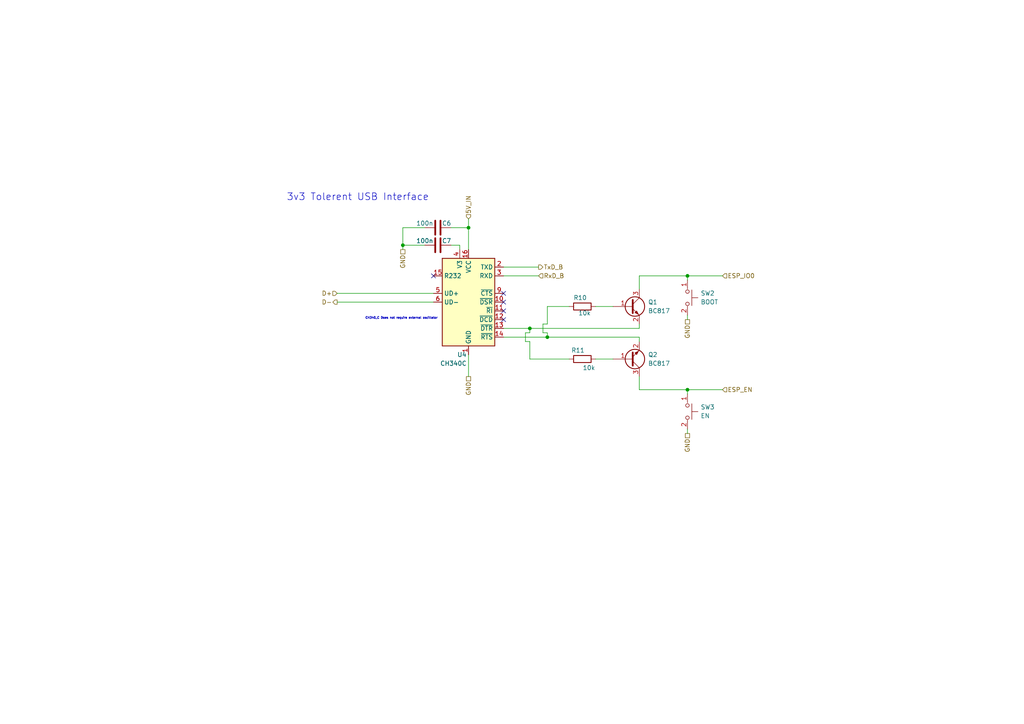
<source format=kicad_sch>
(kicad_sch (version 20230121) (generator eeschema)
  (paper "A4")
  (lib_symbols
    (symbol "000_Capacitor_Film_Immo:100n" (pin_numbers hide) (pin_names (offset 0.254))
      (property "Reference" "C" (at 0.635 2.54 0))
      (property "Value" "100n" (at 0.635 -2.54 0))
      (symbol "100n_0_1"
        (polyline (pts (xy -2.032 -0.762) (xy 2.032 -0.762)) (stroke (width 0.508)))
        (polyline (pts (xy -2.032 0.762) (xy 2.032 0.762)) (stroke (width 0.508)))
      )
      (symbol "100n_1_1"
        (pin passive line (at 0 3.81 270) (length 2.794) (name "~") (number "1"))
        (pin passive line (at 0 -3.81 90) (length 2.794) (name "~") (number "2"))
      )
    )
    (symbol "000_Resistors_Immo:10k" (pin_numbers hide) (pin_names (offset 0))
      (property "Reference" "R?" (at -2.54 3.81 0))
      (property "Value" "10k" (at -5.08 2.54 0))
      (symbol "10k_0_1"
        (rectangle (start 2.54 -1.016) (end -2.54 1.016) (stroke (width 0.254)))
      )
      (symbol "10k_1_1"
        (pin passive line (at -3.81 0 0) (length 1.27) (name "~") (number "1"))
        (pin passive line (at 3.81 0 180) (length 1.27) (name "~") (number "2"))
      )
    )
    (symbol "000_Switches_Immo:pushbutton_tactile_2pin_SMD" (pin_names (offset 1.016) hide)
      (property "Reference" "SW" (at 0.635 5.715 0))
      (property "Value" "pushbutton_tactile_2pin_SMD" (at 0 -3.175 0))
      (symbol "pushbutton_tactile_2pin_SMD_0_1"
        (circle (center -1.778 2.54) (radius 0.508))
        (polyline (pts (xy -2.286 3.81) (xy 2.286 3.81)))
        (polyline (pts (xy 0 3.81) (xy 0 5.588)))
        (circle (center 1.778 2.54) (radius 0.508))
        (pin passive line (at -5.08 2.54 0) (length 2.54) (name "1") (number "1"))
        (pin passive line (at 5.08 2.54 180) (length 2.6) (name "2") (number "2"))
      )
    )
    (symbol "Interface_USB:CH340C"
      (property "Reference" "U" (at -5.08 13.97 0))
      (property "Value" "CH340C" (at 1.27 13.97 0))
      (symbol "CH340C_0_1"
        (rectangle (start -7.62 12.7) (end 7.62 -12.7) (stroke (width 0.254)) (fill (type background)))
      )
      (symbol "CH340C_1_1"
        (pin power_in line (at 0 -15.24 90) (length 2.54) (name "GND") (number "1"))
        (pin input line (at 10.16 0 180) (length 2.54) (name "~{DSR}") (number "10"))
        (pin input line (at 10.16 -2.54 180) (length 2.54) (name "~{RI}") (number "11"))
        (pin input line (at 10.16 -5.08 180) (length 2.54) (name "~{DCD}") (number "12"))
        (pin output line (at 10.16 -7.62 180) (length 2.54) (name "~{DTR}") (number "13"))
        (pin output line (at 10.16 -10.16 180) (length 2.54) (name "~{RTS}") (number "14"))
        (pin input line (at -10.16 7.62 0) (length 2.54) (name "R232") (number "15"))
        (pin power_in line (at 0 15.24 270) (length 2.54) (name "VCC") (number "16"))
        (pin output line (at 10.16 10.16 180) (length 2.54) (name "TXD") (number "2"))
        (pin input line (at 10.16 7.62 180) (length 2.54) (name "RXD") (number "3"))
        (pin passive line (at -2.54 15.24 270) (length 2.54) (name "V3") (number "4"))
        (pin bidirectional line (at -10.16 2.54 0) (length 2.54) (name "UD+") (number "5"))
        (pin bidirectional line (at -10.16 0 0) (length 2.54) (name "UD-") (number "6"))
        (pin no_connect line (at -7.62 -7.62 0) (length 2.54) hide (name "NC") (number "7"))
        (pin no_connect line (at -7.62 -10.16 0) (length 2.54) hide (name "NC") (number "8"))
        (pin input line (at 10.16 2.54 180) (length 2.54) (name "~{CTS}") (number "9"))
      )
    )
    (symbol "Transistor_BJT:BC817" (pin_names (offset 0) hide)
      (property "Reference" "Q" (at 5.08 1.905 0))
      (property "Value" "BC817" (at 5.08 0 0))
      (symbol "BC817_0_1"
        (polyline (pts (xy 0.635 0.635) (xy 2.54 2.54)))
        (polyline (pts (xy 0.635 -0.635) (xy 2.54 -2.54) (xy 2.54 -2.54)))
        (polyline (pts (xy 0.635 1.905) (xy 0.635 -1.905) (xy 0.635 -1.905)) (stroke (width 0.508)))
        (polyline (pts (xy 1.27 -1.778) (xy 1.778 -1.27) (xy 2.286 -2.286) (xy 1.27 -1.778) (xy 1.27 -1.778)) (fill (type outline)))
        (circle (center 1.27 0) (radius 2.8194) (stroke (width 0.254)))
      )
      (symbol "BC817_1_1"
        (pin input line (at -5.08 0 0) (length 5.715) (name "B") (number "1"))
        (pin passive line (at 2.54 -5.08 90) (length 2.54) (name "E") (number "2"))
        (pin passive line (at 2.54 5.08 270) (length 2.54) (name "C") (number "3"))
      )
    )
  )
  (junction (at 158.75 97.79))
  (junction (at 116.84 71.12))
  (junction (at 153.67 95.25))
  (junction (at 135.89 66.04))
  (junction (at 199.39 80.01))
  (junction (at 199.39 113.03))
  (no_connect (at 146.05 90.17))
  (no_connect (at 125.73 80.01))
  (no_connect (at 146.05 85.09))
  (no_connect (at 146.05 87.63))
  (no_connect (at 146.05 92.71))
  (wire (pts (xy 146.05 97.79) (xy 158.75 97.79)))
  (wire (pts (xy 165.1 104.14) (xy 153.67 104.14)))
  (wire (pts (xy 152.4 99.06) (xy 152.4 96.52)))
  (wire (pts (xy 116.84 71.12) (xy 116.84 66.04)))
  (wire (pts (xy 185.42 113.03) (xy 199.39 113.03)))
  (wire (pts (xy 199.39 113.03) (xy 199.39 114.3)))
  (wire (pts (xy 156.21 77.47) (xy 146.05 77.47)))
  (wire (pts (xy 158.75 88.9) (xy 158.75 93.98)))
  (wire (pts (xy 172.72 104.14) (xy 177.8 104.14)))
  (wire (pts (xy 185.42 93.98) (xy 185.42 95.25)))
  (wire (pts (xy 158.75 96.52) (xy 158.75 97.79)))
  (wire (pts (xy 157.48 93.98) (xy 157.48 96.52)))
  (wire (pts (xy 153.67 95.25) (xy 185.42 95.25)))
  (wire (pts (xy 97.79 85.09) (xy 125.73 85.09)))
  (wire (pts (xy 133.35 71.12) (xy 130.81 71.12)))
  (wire (pts (xy 172.72 88.9) (xy 177.8 88.9)))
  (wire (pts (xy 135.89 66.04) (xy 130.81 66.04)))
  (wire (pts (xy 152.4 96.52) (xy 153.67 96.52)))
  (wire (pts (xy 199.39 124.46) (xy 199.39 125.73)))
  (wire (pts (xy 199.39 80.01) (xy 209.55 80.01)))
  (wire (pts (xy 116.84 72.39) (xy 116.84 71.12)))
  (wire (pts (xy 133.35 72.39) (xy 133.35 71.12)))
  (wire (pts (xy 158.75 97.79) (xy 185.42 97.79)))
  (wire (pts (xy 158.75 93.98) (xy 157.48 93.98)))
  (wire (pts (xy 116.84 66.04) (xy 123.19 66.04)))
  (wire (pts (xy 157.48 96.52) (xy 158.75 96.52)))
  (wire (pts (xy 199.39 91.44) (xy 199.39 92.71)))
  (wire (pts (xy 153.67 104.14) (xy 153.67 99.06)))
  (wire (pts (xy 146.05 95.25) (xy 153.67 95.25)))
  (wire (pts (xy 135.89 66.04) (xy 135.89 72.39)))
  (wire (pts (xy 135.89 102.87) (xy 135.89 109.22)))
  (wire (pts (xy 199.39 113.03) (xy 209.55 113.03)))
  (wire (pts (xy 97.79 87.63) (xy 125.73 87.63)))
  (wire (pts (xy 165.1 88.9) (xy 158.75 88.9)))
  (wire (pts (xy 156.21 80.01) (xy 146.05 80.01)))
  (wire (pts (xy 153.67 99.06) (xy 152.4 99.06)))
  (wire (pts (xy 135.89 63.5) (xy 135.89 66.04)))
  (wire (pts (xy 199.39 80.01) (xy 185.42 80.01)))
  (wire (pts (xy 199.39 80.01) (xy 199.39 81.28)))
  (wire (pts (xy 185.42 97.79) (xy 185.42 99.06)))
  (wire (pts (xy 185.42 80.01) (xy 185.42 83.82)))
  (wire (pts (xy 116.84 71.12) (xy 123.19 71.12)))
  (wire (pts (xy 185.42 113.03) (xy 185.42 109.22)))
  (wire (pts (xy 153.67 95.25) (xy 153.67 96.52)))
  (text "3v3 Tolerent USB Interface" (at 124.46 58.42 0) (effects (font (size 2 2)) (justify right bottom)))
  (text "CH340_C Does not require external oscillator" (at 127 92.71 0) (effects (font (size 0.6 0.6)) (justify right bottom)))
  (hierarchical_label "RxD_B" (shape input) (at 156.21 80.01 0))
  (hierarchical_label "D+" (shape input) (at 97.79 85.09 180))
  (hierarchical_label "GND" (shape passive) (at 199.39 125.73 270))
  (hierarchical_label "D-" (shape output) (at 97.79 87.63 180))
  (hierarchical_label "ESP_EN" (shape input) (at 209.55 113.03 0))
  (hierarchical_label "GND" (shape passive) (at 116.84 72.39 270))
  (hierarchical_label "5V_IN" (shape input) (at 135.89 63.5 90))
  (hierarchical_label "GND" (shape passive) (at 199.39 92.71 270))
  (hierarchical_label "GND" (shape passive) (at 135.89 109.22 270))
  (hierarchical_label "ESP_IO0" (shape input) (at 209.55 80.01 0))
  (hierarchical_label "TxD_B" (shape output) (at 156.21 77.47 0))
  (symbol (lib_id "000_Capacitor_Film_Immo:100n") (at 127 66.04 270) (mirror x) (unit 1)
    (property "Reference" "C6" (at 129.54 64.77 90))
    (property "Value" "100n" (at 123.19 64.77 90))
    (property "Footprint" "000_Capacitors_Immo:C_0805_2012_HandSolder_kawaii" (effects hide))
    (property "JLCpart" "C779975" (effects hide))
    (property "Cost" "0.02" (effects hide))
  )
  (symbol (lib_id "Interface_USB:CH340C") (at 135.89 87.63 0) (unit 1)
    (property "Reference" "U4" (at 135.3694 102.87 0) (effects (justify right)))
    (property "Value" "CH340C" (at 135.3694 105.41 0) (effects (justify right)))
    (property "Footprint" "Package_SO:SOIC-16_3.9x9.9mm_P1.27mm" (effects hide))
    (property "Datasheet" "https://datasheet.lcsc.com/szlcsc/Jiangsu-Qin-Heng-CH340C_C84681.pdf" (effects hide))
  )
  (symbol (lib_id "000_Capacitor_Film_Immo:100n") (at 127 71.12 270) (mirror x) (unit 1)
    (property "Reference" "C7" (at 129.54 69.85 90))
    (property "Value" "100n" (at 123.19 69.85 90))
    (property "Footprint" "000_Capacitors_Immo:C_0805_2012_HandSolder_kawaii" (effects hide))
    (property "JLCpart" "C779975" (effects hide))
    (property "Cost" "0.02" (effects hide))
  )
  (symbol (lib_id "Transistor_BJT:BC817") (at 182.88 88.9 0) (unit 1)
    (property "Reference" "Q1" (at 187.96 87.6299 0) (effects (justify left)))
    (property "Value" "BC817" (at 187.96 90.1699 0) (effects (justify left)))
    (property "Footprint" "Package_TO_SOT_SMD:SOT-23" (effects hide))
    (property "Datasheet" "https://www.onsemi.com/pub/Collateral/BC818-D.pdf" (effects hide))
  )
  (symbol (lib_id "000_Switches_Immo:pushbutton_tactile_2pin_SMD") (at 196.85 119.38 270) (unit 1)
    (property "Reference" "SW3" (at 203.2 118.0799 90) (effects (justify left)))
    (property "Value" "EN" (at 203.2 120.6199 90) (effects (justify left)))
    (property "Footprint" "Button_Switch_SMD:SW_SPST_EVQPE1" (effects hide))
  )
  (symbol (lib_id "000_Resistors_Immo:10k") (at 168.91 88.9 180) (unit 1)
    (property "Reference" "R10" (at 168.275 86.36 0))
    (property "Value" "10k" (at 169.545 90.805 0))
    (property "Footprint" "Resistor_SMD:R_0805_2012Metric_Pad1.20x1.40mm_HandSolder" (effects hide))
    (property "JLCpart" "C2930231" (effects hide))
    (property "Cost" "0.002" (effects hide))
  )
  (symbol (lib_id "000_Resistors_Immo:10k") (at 168.91 104.14 180) (unit 1)
    (property "Reference" "R11" (at 167.64 101.6 0))
    (property "Value" "10k" (at 170.815 106.68 0))
    (property "Footprint" "Resistor_SMD:R_0805_2012Metric_Pad1.20x1.40mm_HandSolder" (effects hide))
    (property "JLCpart" "C2930231" (effects hide))
    (property "Cost" "0.002" (effects hide))
  )
  (symbol (lib_id "000_Switches_Immo:pushbutton_tactile_2pin_SMD") (at 196.85 86.36 270) (unit 1)
    (property "Reference" "SW2" (at 203.2 85.0599 90) (effects (justify left)))
    (property "Value" "BOOT" (at 203.2 87.5999 90) (effects (justify left)))
    (property "Footprint" "Button_Switch_SMD:SW_SPST_EVQPE1" (effects hide))
  )
  (symbol (lib_id "Transistor_BJT:BC817") (at 182.88 104.14 0) (mirror x) (unit 1)
    (property "Reference" "Q2" (at 187.96 102.8699 0) (effects (justify left)))
    (property "Value" "BC817" (at 187.96 105.4099 0) (effects (justify left)))
    (property "Footprint" "Package_TO_SOT_SMD:SOT-23" (effects hide))
    (property "Datasheet" "https://www.onsemi.com/pub/Collateral/BC818-D.pdf" (effects hide))
  )
)
</source>
